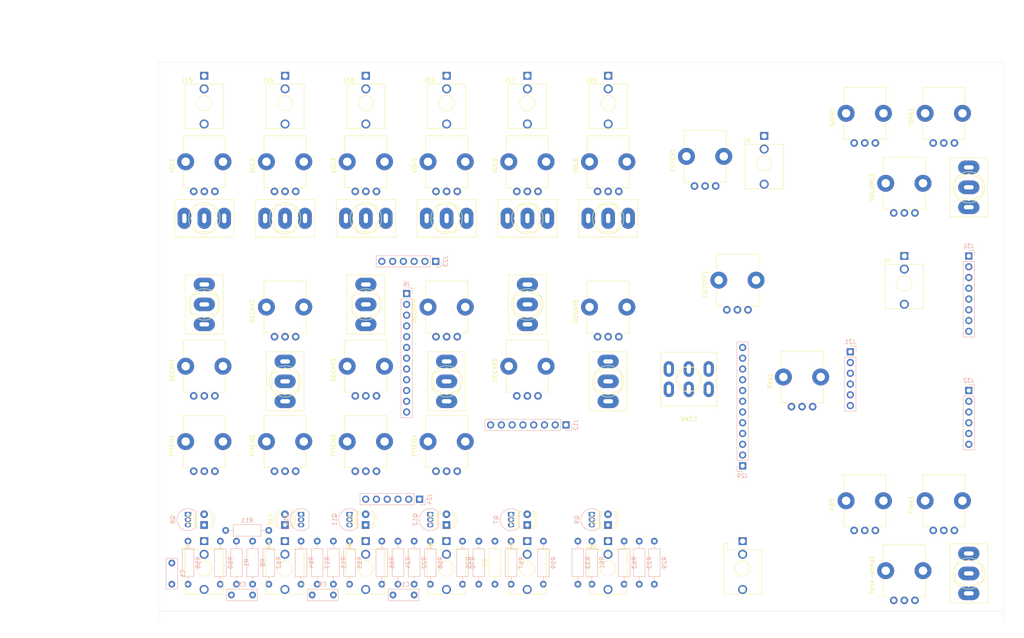
<source format=kicad_pcb>
(kicad_pcb (version 20171130) (host pcbnew "(5.1.9)-1")
  (layers (0 F.Cu signal) (31 B.Cu signal) (34 B.Paste user) (35 F.Paste user) (36 B.SilkS user) (37 F.SilkS user) (38 B.Mask user) (39 F.Mask user) (44 Edge.Cuts user))
  (net 0 "")
  (net 1 "Net-(C1-Pad2)")
  (net 2 Mute1)
  (net 3 Fx1)
  (net 4 Mute2)
  (net 5 "Net-(C5-Pad2)")
  (net 6 "Net-(C9-Pad2)")
  (net 7 Mute3)
  (net 8 Mute4)
  (net 9 "Net-(C13-Pad2)")
  (net 10 Mute5)
  (net 11 "Net-(C20-Pad1)")
  (net 12 "Net-(C20-Pad2)")
  (net 13 Filter)
  (net 14 Mute6)
  (net 15 +12V)
  (net 16 Hpass)
  (net 17 FilterCV)
  (net 18 "Net-(CUTOFF1-Pad3)")
  (net 19 "Net-(CUTOFF1-Pad1)")
  (net 20 "Net-(D3-Pad2)")
  (net 21 "Net-(D4-Pad2)")
  (net 22 "Net-(D11-Pad2)")
  (net 23 "Net-(D12-Pad2)")
  (net 24 "Net-(D13-Pad2)")
  (net 25 "Net-(D14-Pad2)")
  (net 26 "Net-(D15-Pad2)")
  (net 27 "Net-(D18-Pad2)")
  (net 28 "Net-(J1-PadTN)")
  (net 29 In1)
  (net 30 In2)
  (net 31 "Net-(J2-PadTN)")
  (net 32 "Net-(J3-PadTN)")
  (net 33 In5)
  (net 34 "Net-(J4-PadTN)")
  (net 35 FilterOut)
  (net 36 "Net-(J7-PadTN)")
  (net 37 "Net-(J8-PadTN)")
  (net 38 In3)
  (net 39 In4)
  (net 40 "Net-(J9-PadTN)")
  (net 41 In6)
  (net 42 "Net-(J10-PadTN)")
  (net 43 "Net-(Q7-Pad3)")
  (net 44 "Net-(Q7-Pad2)")
  (net 45 "Net-(Q8-Pad3)")
  (net 46 "Net-(Q8-Pad2)")
  (net 47 "Net-(Q9-Pad3)")
  (net 48 "Net-(Q9-Pad2)")
  (net 49 "Net-(Q10-Pad2)")
  (net 50 "Net-(Q10-Pad3)")
  (net 51 "Net-(Q11-Pad2)")
  (net 52 "Net-(Q11-Pad3)")
  (net 53 "Net-(Q12-Pad3)")
  (net 54 "Net-(Q12-Pad2)")
  (net 55 Fx3)
  (net 56 Fx5)
  (net 57 Fx2)
  (net 58 Fx4)
  (net 59 Fx6)
  (net 60 LPass)
  (net 61 FxStupidIn)
  (net 62 FxEchoIn)
  (net 63 Fx)
  (net 64 "Net-(SW13-Pad1)")
  (net 65 FxEcho)
  (net 66 AuxIn)
  (net 67 "Net-(SW1-Pad3)")
  (net 68 "Net-(SW2-Pad3)")
  (net 69 "Net-(SW3-Pad3)")
  (net 70 "Net-(SW4-Pad3)")
  (net 71 "Net-(SW5-Pad3)")
  (net 72 "Net-(SW6-Pad3)")
  (net 73 "Net-(J5-PadTN)")
  (net 74 DEOut1)
  (net 75 DEIn5)
  (net 76 PIOut2)
  (net 77 DEOut2)
  (net 78 PIOut3)
  (net 79 DEOut3)
  (net 80 PIOut4)
  (net 81 DEOut4)
  (net 82 -12V)
  (net 83 GainIn)
  (net 84 GainOut)
  (net 85 ToneIN)
  (net 86 ToneOUT)
  (net 87 ToneEchoIn)
  (net 88 FBIn)
  (net 89 CutCV)
  (net 90 Cutoff)
  (net 91 DEIn1)
  (net 92 DEIn2)
  (net 93 DEIn3)
  (net 94 DEIn4)
  (net 95 DEOut5)
  (net 96 DEOut6)
  (net 97 FBOut)
  (net 98 "Net-(FB3-Pad3)")
  (net 99 PIOut1)
  (net 100 PIIn1)
  (net 101 "Net-(J15-PadTN)")
  (net 102 "Net-(J16-PadTN)")
  (net 103 "Net-(J17-PadTN)")
  (net 104 "Net-(J18-PadTN)")
  (net 105 "Net-(J19-PadTN)")
  (net 106 "Net-(J20-PadTN)")
  (net 107 Vol1)
  (net 108 Vol3)
  (net 109 Vol5)
  (net 110 Vol2)
  (net 111 Vol4)
  (net 112 Vol6)
  (net 113 ResIn)
  (net 114 ResOut)
  (net 115 VolOut)
  (net 116 ToneEchoOut)
  (net 117 TimeOut)
  (module Connector_PinHeader_2.54mm:PinHeader_1x06_P2.54mm_Vertical (layer B.Cu) (at 200.66 98.806 180)
    (fp_text reference J21 (at 0 2.33) (layer B.SilkS) (effects (justify mirror)))
    (fp_text value Conn_01x06_Male)
    (pad 6 thru_hole oval (at 0 -12.7 180) (size 1.7 1.7) (drill 1) (layers *.Cu *.Mask) (net 75 DEIn5))
    (pad 5 thru_hole oval (at 0 -10.16 180) (size 1.7 1.7) (drill 1) (layers *.Cu *.Mask) (net 35 FilterOut))
    (pad 4 thru_hole oval (at 0 -7.62 180) (size 1.7 1.7) (drill 1) (layers *.Cu *.Mask) (net 17 FilterCV))
    (pad 3 thru_hole oval (at 0 -5.08 180) (size 1.7 1.7) (drill 1) (layers *.Cu *.Mask) (net 66 AuxIn))
    (pad 2 thru_hole oval (at 0 -2.54 180) (size 1.7 1.7) (drill 1) (layers *.Cu *.Mask) (net 15 +12V))
    (pad 1 thru_hole rect (at 0 0 180) (size 1.7 1.7) (drill 1) (layers *.Cu *.Mask) (net 75 DEIn5))
  )
  (module Potentiometer_THT:Potentiometer_Bourns_PTV09A-1_Single_Vertical (layer F.Cu) (at 107.95 127 90)
    (fp_text reference PITCH4 (at 6.05 -10.15 90) (layer F.SilkS))
    (fp_text value 10k)
    (pad "" np_thru_hole circle (at 7 1.9 90) (size 4 4) (drill 2) (layers *.Cu *.Mask))
    (pad "" np_thru_hole circle (at 7 -6.9 90) (size 4 4) (drill 2) (layers *.Cu *.Mask))
    (pad 1 thru_hole circle (at 0 0 90) (size 1.8 1.8) (drill 1) (layers *.Cu *.Mask) (net 75 DEIn5))
    (pad 2 thru_hole circle (at 0 -2.5 90) (size 1.8 1.8) (drill 1) (layers *.Cu *.Mask) (net 80 PIOut4))
    (pad 3 thru_hole circle (at 0 -5 90) (size 1.8 1.8) (drill 1) (layers *.Cu *.Mask) (net 80 PIOut4))
  )
  (module Potentiometer_THT:Potentiometer_Bourns_PTV09A-1_Single_Vertical (layer F.Cu) (at 50.8 127 90)
    (fp_text reference PITCH1 (at 6.05 -10.15 90) (layer F.SilkS))
    (fp_text value 10k)
    (pad "" np_thru_hole circle (at 7 1.9 90) (size 4 4) (drill 2) (layers *.Cu *.Mask))
    (pad "" np_thru_hole circle (at 7 -6.9 90) (size 4 4) (drill 2) (layers *.Cu *.Mask))
    (pad 1 thru_hole circle (at 0 0 90) (size 1.8 1.8) (drill 1) (layers *.Cu *.Mask) (net 100 PIIn1))
    (pad 2 thru_hole circle (at 0 -2.5 90) (size 1.8 1.8) (drill 1) (layers *.Cu *.Mask) (net 99 PIOut1))
    (pad 3 thru_hole circle (at 0 -5 90) (size 1.8 1.8) (drill 1) (layers *.Cu *.Mask) (net 99 PIOut1))
  )
  (module Potentiometer_THT:Potentiometer_Bourns_PTV09A-1_Single_Vertical (layer F.Cu) (at 146.05 60.96 90)
    (fp_text reference VOL6 (at 6.05 -10.15 90) (layer F.SilkS))
    (fp_text value 10k)
    (pad "" np_thru_hole circle (at 7 1.9 90) (size 4 4) (drill 2) (layers *.Cu *.Mask))
    (pad "" np_thru_hole circle (at 7 -6.9 90) (size 4 4) (drill 2) (layers *.Cu *.Mask))
    (pad 1 thru_hole circle (at 0 0 90) (size 1.8 1.8) (drill 1) (layers *.Cu *.Mask) (net 112 Vol6))
    (pad 2 thru_hole circle (at 0 -2.5 90) (size 1.8 1.8) (drill 1) (layers *.Cu *.Mask) (net 14 Mute6))
    (pad 3 thru_hole circle (at 0 -5 90) (size 1.8 1.8) (drill 1) (layers *.Cu *.Mask) (net 75 DEIn5))
  )
  (module Potentiometer_THT:Potentiometer_Bourns_PTV09A-1_Single_Vertical (layer F.Cu) (at 127 60.96 90)
    (fp_text reference VOL5 (at 6.05 -10.15 90) (layer F.SilkS))
    (fp_text value 10k)
    (pad "" np_thru_hole circle (at 7 1.9 90) (size 4 4) (drill 2) (layers *.Cu *.Mask))
    (pad "" np_thru_hole circle (at 7 -6.9 90) (size 4 4) (drill 2) (layers *.Cu *.Mask))
    (pad 1 thru_hole circle (at 0 0 90) (size 1.8 1.8) (drill 1) (layers *.Cu *.Mask) (net 109 Vol5))
    (pad 2 thru_hole circle (at 0 -2.5 90) (size 1.8 1.8) (drill 1) (layers *.Cu *.Mask) (net 10 Mute5))
    (pad 3 thru_hole circle (at 0 -5 90) (size 1.8 1.8) (drill 1) (layers *.Cu *.Mask) (net 75 DEIn5))
  )
  (module Potentiometer_THT:Potentiometer_Bourns_PTV09A-1_Single_Vertical (layer F.Cu) (at 107.95 60.96 90)
    (fp_text reference VOL4 (at 6.05 -10.15 90) (layer F.SilkS))
    (fp_text value 10k)
    (pad "" np_thru_hole circle (at 7 1.9 90) (size 4 4) (drill 2) (layers *.Cu *.Mask))
    (pad "" np_thru_hole circle (at 7 -6.9 90) (size 4 4) (drill 2) (layers *.Cu *.Mask))
    (pad 1 thru_hole circle (at 0 0 90) (size 1.8 1.8) (drill 1) (layers *.Cu *.Mask) (net 111 Vol4))
    (pad 2 thru_hole circle (at 0 -2.5 90) (size 1.8 1.8) (drill 1) (layers *.Cu *.Mask) (net 8 Mute4))
    (pad 3 thru_hole circle (at 0 -5 90) (size 1.8 1.8) (drill 1) (layers *.Cu *.Mask) (net 75 DEIn5))
  )
  (module Potentiometer_THT:Potentiometer_Bourns_PTV09A-1_Single_Vertical (layer F.Cu) (at 88.9 60.96 90)
    (fp_text reference VOL3 (at 6.05 -10.15 90) (layer F.SilkS))
    (fp_text value 10k)
    (pad "" np_thru_hole circle (at 7 1.9 90) (size 4 4) (drill 2) (layers *.Cu *.Mask))
    (pad "" np_thru_hole circle (at 7 -6.9 90) (size 4 4) (drill 2) (layers *.Cu *.Mask))
    (pad 1 thru_hole circle (at 0 0 90) (size 1.8 1.8) (drill 1) (layers *.Cu *.Mask) (net 108 Vol3))
    (pad 2 thru_hole circle (at 0 -2.5 90) (size 1.8 1.8) (drill 1) (layers *.Cu *.Mask) (net 7 Mute3))
    (pad 3 thru_hole circle (at 0 -5 90) (size 1.8 1.8) (drill 1) (layers *.Cu *.Mask) (net 75 DEIn5))
  )
  (module Potentiometer_THT:Potentiometer_Bourns_PTV09A-1_Single_Vertical (layer F.Cu) (at 69.85 60.96 90)
    (fp_text reference VOL2 (at 6.05 -10.15 90) (layer F.SilkS))
    (fp_text value 10k)
    (pad "" np_thru_hole circle (at 7 1.9 90) (size 4 4) (drill 2) (layers *.Cu *.Mask))
    (pad "" np_thru_hole circle (at 7 -6.9 90) (size 4 4) (drill 2) (layers *.Cu *.Mask))
    (pad 1 thru_hole circle (at 0 0 90) (size 1.8 1.8) (drill 1) (layers *.Cu *.Mask) (net 110 Vol2))
    (pad 2 thru_hole circle (at 0 -2.5 90) (size 1.8 1.8) (drill 1) (layers *.Cu *.Mask) (net 4 Mute2))
    (pad 3 thru_hole circle (at 0 -5 90) (size 1.8 1.8) (drill 1) (layers *.Cu *.Mask) (net 75 DEIn5))
  )
  (module Potentiometer_THT:Potentiometer_Bourns_PTV09A-1_Single_Vertical (layer F.Cu) (at 50.8 60.96 90)
    (fp_text reference VOL1 (at 6.05 -10.15 90) (layer F.SilkS))
    (fp_text value 10k)
    (pad "" np_thru_hole circle (at 7 1.9 90) (size 4 4) (drill 2) (layers *.Cu *.Mask))
    (pad "" np_thru_hole circle (at 7 -6.9 90) (size 4 4) (drill 2) (layers *.Cu *.Mask))
    (pad 1 thru_hole circle (at 0 0 90) (size 1.8 1.8) (drill 1) (layers *.Cu *.Mask) (net 107 Vol1))
    (pad 2 thru_hole circle (at 0 -2.5 90) (size 1.8 1.8) (drill 1) (layers *.Cu *.Mask) (net 2 Mute1))
    (pad 3 thru_hole circle (at 0 -5 90) (size 1.8 1.8) (drill 1) (layers *.Cu *.Mask) (net 75 DEIn5))
  )
  (module Potentiometer_THT:Potentiometer_Bourns_PTV09A-1_Single_Vertical (layer F.Cu) (at 225.2025 49.53 90)
    (fp_text reference TONE1 (at 6.05 -10.15 90) (layer F.SilkS))
    (fp_text value 10k)
    (pad "" np_thru_hole circle (at 7 1.9 90) (size 4 4) (drill 2) (layers *.Cu *.Mask))
    (pad "" np_thru_hole circle (at 7 -6.9 90) (size 4 4) (drill 2) (layers *.Cu *.Mask))
    (pad 1 thru_hole circle (at 0 0 90) (size 1.8 1.8) (drill 1) (layers *.Cu *.Mask) (net 85 ToneIN))
    (pad 2 thru_hole circle (at 0 -2.5 90) (size 1.8 1.8) (drill 1) (layers *.Cu *.Mask) (net 85 ToneIN))
    (pad 3 thru_hole circle (at 0 -5 90) (size 1.8 1.8) (drill 1) (layers *.Cu *.Mask) (net 86 ToneOUT))
  )
  (module Potentiometer_THT:Potentiometer_Bourns_PTV09A-1_Single_Vertical (layer F.Cu) (at 69.85 127 90)
    (fp_text reference PITCH2 (at 6.05 -10.15 90) (layer F.SilkS))
    (fp_text value 10k)
    (pad "" np_thru_hole circle (at 7 1.9 90) (size 4 4) (drill 2) (layers *.Cu *.Mask))
    (pad "" np_thru_hole circle (at 7 -6.9 90) (size 4 4) (drill 2) (layers *.Cu *.Mask))
    (pad 1 thru_hole circle (at 0 0 90) (size 1.8 1.8) (drill 1) (layers *.Cu *.Mask) (net 75 DEIn5))
    (pad 2 thru_hole circle (at 0 -2.5 90) (size 1.8 1.8) (drill 1) (layers *.Cu *.Mask) (net 76 PIOut2))
    (pad 3 thru_hole circle (at 0 -5 90) (size 1.8 1.8) (drill 1) (layers *.Cu *.Mask) (net 76 PIOut2))
  )
  (module Potentiometer_THT:Potentiometer_Bourns_PTV09A-1_Single_Vertical (layer F.Cu) (at 88.9 127 90)
    (fp_text reference PITCH3 (at 6.05 -10.15 90) (layer F.SilkS))
    (fp_text value 10k)
    (pad "" np_thru_hole circle (at 7 1.9 90) (size 4 4) (drill 2) (layers *.Cu *.Mask))
    (pad "" np_thru_hole circle (at 7 -6.9 90) (size 4 4) (drill 2) (layers *.Cu *.Mask))
    (pad 1 thru_hole circle (at 0 0 90) (size 1.8 1.8) (drill 1) (layers *.Cu *.Mask) (net 75 DEIn5))
    (pad 2 thru_hole circle (at 0 -2.5 90) (size 1.8 1.8) (drill 1) (layers *.Cu *.Mask) (net 78 PIOut3))
    (pad 3 thru_hole circle (at 0 -5 90) (size 1.8 1.8) (drill 1) (layers *.Cu *.Mask) (net 78 PIOut3))
  )
  (module Potentiometer_THT:Potentiometer_Bourns_PTV09A-1_Single_Vertical (layer F.Cu) (at 215.9 66.04 90)
    (fp_text reference VOLUME1 (at 6.05 -10.15 90) (layer F.SilkS))
    (fp_text value 50k)
    (pad "" np_thru_hole circle (at 7 1.9 90) (size 4 4) (drill 2) (layers *.Cu *.Mask))
    (pad "" np_thru_hole circle (at 7 -6.9 90) (size 4 4) (drill 2) (layers *.Cu *.Mask))
    (pad 1 thru_hole circle (at 0 0 90) (size 1.8 1.8) (drill 1) (layers *.Cu *.Mask) (net 115 VolOut))
    (pad 2 thru_hole circle (at 0 -2.5 90) (size 1.8 1.8) (drill 1) (layers *.Cu *.Mask) (net 65 FxEcho))
    (pad 3 thru_hole circle (at 0 -5 90) (size 1.8 1.8) (drill 1) (layers *.Cu *.Mask) (net 75 DEIn5))
  )
  (module Potentiometer_THT:Potentiometer_Bourns_PTV09A-1_Single_Vertical (layer F.Cu) (at 206.565 140.97 90)
    (fp_text reference FB3 (at 6.05 -10.15 90) (layer F.SilkS))
    (fp_text value 100k)
    (pad "" np_thru_hole circle (at 7 1.9 90) (size 4 4) (drill 2) (layers *.Cu *.Mask))
    (pad "" np_thru_hole circle (at 7 -6.9 90) (size 4 4) (drill 2) (layers *.Cu *.Mask))
    (pad 1 thru_hole circle (at 0 0 90) (size 1.8 1.8) (drill 1) (layers *.Cu *.Mask) (net 88 FBIn))
    (pad 2 thru_hole circle (at 0 -2.5 90) (size 1.8 1.8) (drill 1) (layers *.Cu *.Mask) (net 97 FBOut))
    (pad 3 thru_hole circle (at 0 -5 90) (size 1.8 1.8) (drill 1) (layers *.Cu *.Mask) (net 98 "Net-(FB3-Pad3)"))
  )
  (module Potentiometer_THT:Potentiometer_Bourns_PTV09A-1_Single_Vertical (layer F.Cu) (at 215.9 157.48 90)
    (fp_text reference Tone-echo1 (at 6.05 -10.15 90) (layer F.SilkS))
    (fp_text value 100k)
    (pad "" np_thru_hole circle (at 7 1.9 90) (size 4 4) (drill 2) (layers *.Cu *.Mask))
    (pad "" np_thru_hole circle (at 7 -6.9 90) (size 4 4) (drill 2) (layers *.Cu *.Mask))
    (pad 1 thru_hole circle (at 0 0 90) (size 1.8 1.8) (drill 1) (layers *.Cu *.Mask) (net 87 ToneEchoIn))
    (pad 2 thru_hole circle (at 0 -2.5 90) (size 1.8 1.8) (drill 1) (layers *.Cu *.Mask) (net 116 ToneEchoOut))
    (pad 3 thru_hole circle (at 0 -5 90) (size 1.8 1.8) (drill 1) (layers *.Cu *.Mask) (net 75 DEIn5))
  )
  (module Potentiometer_THT:Potentiometer_Bourns_PTV09A-1_Single_Vertical (layer F.Cu) (at 225.2025 140.97 90)
    (fp_text reference Time1 (at 6.05 -10.15 90) (layer F.SilkS))
    (fp_text value 100k)
    (pad "" np_thru_hole circle (at 7 1.9 90) (size 4 4) (drill 2) (layers *.Cu *.Mask))
    (pad "" np_thru_hole circle (at 7 -6.9 90) (size 4 4) (drill 2) (layers *.Cu *.Mask))
    (pad 1 thru_hole circle (at 0 0 90) (size 1.8 1.8) (drill 1) (layers *.Cu *.Mask) (net 117 TimeOut))
    (pad 2 thru_hole circle (at 0 -2.5 90) (size 1.8 1.8) (drill 1) (layers *.Cu *.Mask) (net 117 TimeOut))
    (pad 3 thru_hole circle (at 0 -5 90) (size 1.8 1.8) (drill 1) (layers *.Cu *.Mask) (net 75 DEIn5))
  )
  (module Potentiometer_THT:Potentiometer_Bourns_PTV09A-1_Single_Vertical (layer F.Cu) (at 206.565 49.53 90)
    (fp_text reference GAIN1 (at 6.05 -10.15 90) (layer F.SilkS))
    (fp_text value 100k)
    (pad "" np_thru_hole circle (at 7 1.9 90) (size 4 4) (drill 2) (layers *.Cu *.Mask))
    (pad "" np_thru_hole circle (at 7 -6.9 90) (size 4 4) (drill 2) (layers *.Cu *.Mask))
    (pad 1 thru_hole circle (at 0 0 90) (size 1.8 1.8) (drill 1) (layers *.Cu *.Mask) (net 83 GainIn))
    (pad 2 thru_hole circle (at 0 -2.5 90) (size 1.8 1.8) (drill 1) (layers *.Cu *.Mask) (net 84 GainOut))
    (pad 3 thru_hole circle (at 0 -5 90) (size 1.8 1.8) (drill 1) (layers *.Cu *.Mask) (net 84 GainOut))
  )
  (module Potentiometer_THT:Potentiometer_Bourns_PTV09A-1_Single_Vertical (layer F.Cu) (at 146.05 95.25 90)
    (fp_text reference DECAY6 (at 6.05 -10.15 90) (layer F.SilkS))
    (fp_text value 100k)
    (pad "" np_thru_hole circle (at 7 1.9 90) (size 4 4) (drill 2) (layers *.Cu *.Mask))
    (pad "" np_thru_hole circle (at 7 -6.9 90) (size 4 4) (drill 2) (layers *.Cu *.Mask))
    (pad 1 thru_hole circle (at 0 0 90) (size 1.8 1.8) (drill 1) (layers *.Cu *.Mask) (net 96 DEOut6))
    (pad 2 thru_hole circle (at 0 -2.5 90) (size 1.8 1.8) (drill 1) (layers *.Cu *.Mask) (net 75 DEIn5))
    (pad 3 thru_hole circle (at 0 -5 90) (size 1.8 1.8) (drill 1) (layers *.Cu *.Mask) (net 75 DEIn5))
  )
  (module Potentiometer_THT:Potentiometer_Bourns_PTV09A-1_Single_Vertical (layer F.Cu) (at 127 109.22 90)
    (fp_text reference DECAY5 (at 6.05 -10.15 90) (layer F.SilkS))
    (fp_text value 100k)
    (pad "" np_thru_hole circle (at 7 1.9 90) (size 4 4) (drill 2) (layers *.Cu *.Mask))
    (pad "" np_thru_hole circle (at 7 -6.9 90) (size 4 4) (drill 2) (layers *.Cu *.Mask))
    (pad 1 thru_hole circle (at 0 0 90) (size 1.8 1.8) (drill 1) (layers *.Cu *.Mask) (net 95 DEOut5))
    (pad 2 thru_hole circle (at 0 -2.5 90) (size 1.8 1.8) (drill 1) (layers *.Cu *.Mask) (net 75 DEIn5))
    (pad 3 thru_hole circle (at 0 -5 90) (size 1.8 1.8) (drill 1) (layers *.Cu *.Mask) (net 75 DEIn5))
  )
  (module Potentiometer_THT:Potentiometer_Bourns_PTV09A-1_Single_Vertical (layer F.Cu) (at 107.95 95.25 90)
    (fp_text reference DECAY4 (at 6.05 -10.15 90) (layer F.SilkS))
    (fp_text value 470k)
    (pad "" np_thru_hole circle (at 7 1.9 90) (size 4 4) (drill 2) (layers *.Cu *.Mask))
    (pad "" np_thru_hole circle (at 7 -6.9 90) (size 4 4) (drill 2) (layers *.Cu *.Mask))
    (pad 1 thru_hole circle (at 0 0 90) (size 1.8 1.8) (drill 1) (layers *.Cu *.Mask) (net 94 DEIn4))
    (pad 2 thru_hole circle (at 0 -2.5 90) (size 1.8 1.8) (drill 1) (layers *.Cu *.Mask) (net 81 DEOut4))
    (pad 3 thru_hole circle (at 0 -5 90) (size 1.8 1.8) (drill 1) (layers *.Cu *.Mask) (net 81 DEOut4))
  )
  (module Potentiometer_THT:Potentiometer_Bourns_PTV09A-1_Single_Vertical (layer F.Cu) (at 88.9 109.22 90)
    (fp_text reference DECAY3 (at 6.05 -10.15 90) (layer F.SilkS))
    (fp_text value 470k)
    (pad "" np_thru_hole circle (at 7 1.9 90) (size 4 4) (drill 2) (layers *.Cu *.Mask))
    (pad "" np_thru_hole circle (at 7 -6.9 90) (size 4 4) (drill 2) (layers *.Cu *.Mask))
    (pad 1 thru_hole circle (at 0 0 90) (size 1.8 1.8) (drill 1) (layers *.Cu *.Mask) (net 93 DEIn3))
    (pad 2 thru_hole circle (at 0 -2.5 90) (size 1.8 1.8) (drill 1) (layers *.Cu *.Mask) (net 79 DEOut3))
    (pad 3 thru_hole circle (at 0 -5 90) (size 1.8 1.8) (drill 1) (layers *.Cu *.Mask) (net 79 DEOut3))
  )
  (module Potentiometer_THT:Potentiometer_Bourns_PTV09A-1_Single_Vertical (layer F.Cu) (at 69.85 95.25 90)
    (fp_text reference DECAY2 (at 6.05 -10.15 90) (layer F.SilkS))
    (fp_text value 470k)
    (pad "" np_thru_hole circle (at 7 1.9 90) (size 4 4) (drill 2) (layers *.Cu *.Mask))
    (pad "" np_thru_hole circle (at 7 -6.9 90) (size 4 4) (drill 2) (layers *.Cu *.Mask))
    (pad 1 thru_hole circle (at 0 0 90) (size 1.8 1.8) (drill 1) (layers *.Cu *.Mask) (net 92 DEIn2))
    (pad 2 thru_hole circle (at 0 -2.5 90) (size 1.8 1.8) (drill 1) (layers *.Cu *.Mask) (net 77 DEOut2))
    (pad 3 thru_hole circle (at 0 -5 90) (size 1.8 1.8) (drill 1) (layers *.Cu *.Mask) (net 77 DEOut2))
  )
  (module Potentiometer_THT:Potentiometer_Bourns_PTV09A-1_Single_Vertical (layer F.Cu) (at 50.8 109.22 90)
    (fp_text reference DECAY1 (at 6.05 -10.15 90) (layer F.SilkS))
    (fp_text value 470k)
    (pad "" np_thru_hole circle (at 7 1.9 90) (size 4 4) (drill 2) (layers *.Cu *.Mask))
    (pad "" np_thru_hole circle (at 7 -6.9 90) (size 4 4) (drill 2) (layers *.Cu *.Mask))
    (pad 1 thru_hole circle (at 0 0 90) (size 1.8 1.8) (drill 1) (layers *.Cu *.Mask) (net 91 DEIn1))
    (pad 2 thru_hole circle (at 0 -2.5 90) (size 1.8 1.8) (drill 1) (layers *.Cu *.Mask) (net 74 DEOut1))
    (pad 3 thru_hole circle (at 0 -5 90) (size 1.8 1.8) (drill 1) (layers *.Cu *.Mask) (net 74 DEOut1))
  )
  (module Potentiometer_THT:Potentiometer_Bourns_PTV09A-1_Single_Vertical (layer F.Cu) (at 176.53 88.9 90)
    (fp_text reference CUTOFF1 (at 6.05 -10.15 90) (layer F.SilkS))
    (fp_text value 100k)
    (pad "" np_thru_hole circle (at 7 1.9 90) (size 4 4) (drill 2) (layers *.Cu *.Mask))
    (pad "" np_thru_hole circle (at 7 -6.9 90) (size 4 4) (drill 2) (layers *.Cu *.Mask))
    (pad 1 thru_hole circle (at 0 0 90) (size 1.8 1.8) (drill 1) (layers *.Cu *.Mask) (net 19 "Net-(CUTOFF1-Pad1)"))
    (pad 2 thru_hole circle (at 0 -2.5 90) (size 1.8 1.8) (drill 1) (layers *.Cu *.Mask) (net 90 Cutoff))
    (pad 3 thru_hole circle (at 0 -5 90) (size 1.8 1.8) (drill 1) (layers *.Cu *.Mask) (net 18 "Net-(CUTOFF1-Pad3)"))
  )
  (module Potentiometer_THT:Potentiometer_Bourns_PTV09A-1_Single_Vertical (layer F.Cu) (at 168.91 59.69 90)
    (fp_text reference CUTCV1 (at 6.05 -10.15 90) (layer F.SilkS))
    (fp_text value 100k)
    (pad "" np_thru_hole circle (at 7 1.9 90) (size 4 4) (drill 2) (layers *.Cu *.Mask))
    (pad "" np_thru_hole circle (at 7 -6.9 90) (size 4 4) (drill 2) (layers *.Cu *.Mask))
    (pad 1 thru_hole circle (at 0 0 90) (size 1.8 1.8) (drill 1) (layers *.Cu *.Mask) (net 75 DEIn5))
    (pad 2 thru_hole circle (at 0 -2.5 90) (size 1.8 1.8) (drill 1) (layers *.Cu *.Mask) (net 89 CutCV))
    (pad 3 thru_hole circle (at 0 -5 90) (size 1.8 1.8) (drill 1) (layers *.Cu *.Mask) (net 17 FilterCV))
  )
  (module Connector_Audio:Jack_3.5mm_QingPu_WQP-PJ398SM_Vertical_CircularHoles (layer F.Cu) (at 180.34 47.86)
    (fp_text reference J5 (at -4.03 1.08 180) (layer F.SilkS))
    (fp_text value FilterCV)
    (pad TN thru_hole circle (at 0 3.1 180) (size 2.13 2.13) (drill 1.42) (layers *.Cu *.Mask) (net 73 "Net-(J5-PadTN)"))
    (pad S thru_hole rect (at 0 0 180) (size 1.93 1.83) (drill 1.22) (layers *.Cu *.Mask) (net 75 DEIn5))
    (pad T thru_hole circle (at 0 11.4 180) (size 2.13 2.13) (drill 1.43) (layers *.Cu *.Mask) (net 17 FilterCV))
  )
  (module Connector_Audio:Jack_3.5mm_QingPu_WQP-PJ398SM_Vertical_CircularHoles (layer F.Cu) (at 67.31 143.51)
    (fp_text reference J2 (at -4.03 1.08 180) (layer F.SilkS))
    (fp_text value "HBonga IN")
    (pad T thru_hole circle (at 0 11.4 180) (size 2.13 2.13) (drill 1.43) (layers *.Cu *.Mask) (net 30 In2))
    (pad S thru_hole rect (at 0 0 180) (size 1.93 1.83) (drill 1.22) (layers *.Cu *.Mask) (net 75 DEIn5))
    (pad TN thru_hole circle (at 0 3.1 180) (size 2.13 2.13) (drill 1.42) (layers *.Cu *.Mask) (net 31 "Net-(J2-PadTN)"))
  )
  (module Connector_Audio:Jack_3.5mm_QingPu_WQP-PJ398SM_Vertical_CircularHoles (layer F.Cu) (at 48.26 143.51)
    (fp_text reference J1 (at -4.03 1.08 180) (layer F.SilkS))
    (fp_text value "Bass IN")
    (pad T thru_hole circle (at 0 11.4 180) (size 2.13 2.13) (drill 1.43) (layers *.Cu *.Mask) (net 29 In1))
    (pad S thru_hole rect (at 0 0 180) (size 1.93 1.83) (drill 1.22) (layers *.Cu *.Mask) (net 75 DEIn5))
    (pad TN thru_hole circle (at 0 3.1 180) (size 2.13 2.13) (drill 1.42) (layers *.Cu *.Mask) (net 28 "Net-(J1-PadTN)"))
  )
  (module Connector_Audio:Jack_3.5mm_QingPu_WQP-PJ398SM_Vertical_CircularHoles (layer F.Cu) (at 86.36 143.51)
    (fp_text reference J8 (at -4.03 1.08 180) (layer F.SilkS))
    (fp_text value "LBonga IN")
    (pad T thru_hole circle (at 0 11.4 180) (size 2.13 2.13) (drill 1.43) (layers *.Cu *.Mask) (net 38 In3))
    (pad S thru_hole rect (at 0 0 180) (size 1.93 1.83) (drill 1.22) (layers *.Cu *.Mask) (net 75 DEIn5))
    (pad TN thru_hole circle (at 0 3.1 180) (size 2.13 2.13) (drill 1.42) (layers *.Cu *.Mask) (net 37 "Net-(J8-PadTN)"))
  )
  (module Synth:SW_Toggle_Blue_wSlots (layer F.Cu) (at 228.6 151.13 270)
    (fp_text reference SW15 hide)
    (fp_text value "Echo ON/OFF")
    (pad 3 thru_hole oval (at 4.7 0 270) (size 3.2 5) (drill oval 1 2.3) (layers *.Cu) (net 62 FxEchoIn))
    (pad 2 thru_hole oval (at 0 0 270) (size 3.2 5) (drill oval 1 2.3) (layers *.Cu) (net 65 FxEcho))
    (pad 1 thru_hole oval (at -4.7 0 270) (size 3.2 5) (drill oval 1 2.3) (layers *.Cu) (net 13 Filter))
  )
  (module Synth:SW_Toggle_Blue_wSlots (layer F.Cu) (at 228.6 59.99 270)
    (fp_text reference SW14 hide)
    (fp_text value "Stupid ON/OFF")
    (pad 3 thru_hole oval (at 4.7 0 270) (size 3.2 5) (drill oval 1 2.3) (layers *.Cu) (net 61 FxStupidIn))
    (pad 2 thru_hole oval (at 0 0 270) (size 3.2 5) (drill oval 1 2.3) (layers *.Cu) (net 63 Fx))
    (pad 1 thru_hole oval (at -4.7 0 270) (size 3.2 5) (drill oval 1 2.3) (layers *.Cu) (net 65 FxEcho))
  )
  (module Synth:SW_DPDT_Toggle (layer F.Cu) (at 162.56 105.27 180)
    (fp_text reference SW13 (at 0 -9.35) (layer F.SilkS))
    (fp_text value "Hpass/Lpass Switch")
    (pad 6 thru_hole oval (at -4.7 2.4 270) (size 3.7 2.4) (drill oval 2.2 1) (layers *.Cu *.Mask) (net 75 DEIn5))
    (pad 5 thru_hole oval (at 0 2.4 270) (size 3.7 2.4) (drill oval 2.2 1) (layers *.Cu *.Mask) (net 16 Hpass))
    (pad 4 thru_hole oval (at 4.7 2.4 270) (size 3.7 2.4) (drill oval 2.2 1) (layers *.Cu *.Mask) (net 13 Filter))
    (pad 3 thru_hole oval (at -4.7 -2.4 270) (size 3.7 2.4) (drill oval 2.2 1) (layers *.Cu *.Mask) (net 13 Filter))
    (pad 2 thru_hole oval (at 0 -2.4 270) (size 3.7 2.4) (drill oval 2.2 1) (layers *.Cu *.Mask) (net 60 LPass))
    (pad 1 thru_hole oval (at 4.7 -2.4 270) (size 3.7 2.4) (drill oval 2.2 1) (layers *.Cu *.Mask) (net 64 "Net-(SW13-Pad1)"))
  )
  (module Synth:SW_Toggle_Blue_wSlots (layer F.Cu) (at 143.55 67.31)
    (fp_text reference SW12 hide)
    (fp_text value Fx6)
    (pad 3 thru_hole oval (at 4.7 0) (size 3.2 5) (drill oval 1 2.3) (layers *.Cu) (net 63 Fx))
    (pad 2 thru_hole oval (at 0 0) (size 3.2 5) (drill oval 1 2.3) (layers *.Cu) (net 59 Fx6))
    (pad 1 thru_hole oval (at -4.7 0) (size 3.2 5) (drill oval 1 2.3) (layers *.Cu) (net 13 Filter))
  )
  (module Synth:SW_Toggle_Blue_wSlots (layer F.Cu) (at 105.45 67.31)
    (fp_text reference SW11 hide)
    (fp_text value Fx4)
    (pad 3 thru_hole oval (at 4.7 0) (size 3.2 5) (drill oval 1 2.3) (layers *.Cu) (net 63 Fx))
    (pad 2 thru_hole oval (at 0 0) (size 3.2 5) (drill oval 1 2.3) (layers *.Cu) (net 58 Fx4))
    (pad 1 thru_hole oval (at -4.7 0) (size 3.2 5) (drill oval 1 2.3) (layers *.Cu) (net 13 Filter))
  )
  (module Synth:SW_Toggle_Blue_wSlots (layer F.Cu) (at 67.35 67.31)
    (fp_text reference SW10 hide)
    (fp_text value Fx2)
    (pad 3 thru_hole oval (at 4.7 0) (size 3.2 5) (drill oval 1 2.3) (layers *.Cu) (net 63 Fx))
    (pad 2 thru_hole oval (at 0 0) (size 3.2 5) (drill oval 1 2.3) (layers *.Cu) (net 57 Fx2))
    (pad 1 thru_hole oval (at -4.7 0) (size 3.2 5) (drill oval 1 2.3) (layers *.Cu) (net 13 Filter))
  )
  (module Synth:SW_Toggle_Blue_wSlots (layer F.Cu) (at 124.5 67.31)
    (fp_text reference SW9 hide)
    (fp_text value Fx5)
    (pad 3 thru_hole oval (at 4.7 0) (size 3.2 5) (drill oval 1 2.3) (layers *.Cu) (net 63 Fx))
    (pad 2 thru_hole oval (at 0 0) (size 3.2 5) (drill oval 1 2.3) (layers *.Cu) (net 56 Fx5))
    (pad 1 thru_hole oval (at -4.7 0) (size 3.2 5) (drill oval 1 2.3) (layers *.Cu) (net 13 Filter))
  )
  (module Synth:SW_Toggle_Blue_wSlots (layer F.Cu) (at 86.4 67.31)
    (fp_text reference SW8 hide)
    (fp_text value Fx3)
    (pad 3 thru_hole oval (at 4.7 0) (size 3.2 5) (drill oval 1 2.3) (layers *.Cu) (net 63 Fx))
    (pad 2 thru_hole oval (at 0 0) (size 3.2 5) (drill oval 1 2.3) (layers *.Cu) (net 55 Fx3))
    (pad 1 thru_hole oval (at -4.7 0) (size 3.2 5) (drill oval 1 2.3) (layers *.Cu) (net 13 Filter))
  )
  (module Synth:SW_Toggle_Blue_wSlots (layer F.Cu) (at 48.3 67.31)
    (fp_text reference SW7 hide)
    (fp_text value Fx1)
    (pad 3 thru_hole oval (at 4.7 0) (size 3.2 5) (drill oval 1 2.3) (layers *.Cu) (net 63 Fx))
    (pad 2 thru_hole oval (at 0 0) (size 3.2 5) (drill oval 1 2.3) (layers *.Cu) (net 3 Fx1))
    (pad 1 thru_hole oval (at -4.7 0) (size 3.2 5) (drill oval 1 2.3) (layers *.Cu) (net 13 Filter))
  )
  (module Synth:SW_Toggle_Blue_wSlots (layer F.Cu) (at 143.55 105.79 90)
    (fp_text reference SW6 hide)
    (fp_text value Mute-6)
    (pad 3 thru_hole oval (at 4.7 0 90) (size 3.2 5) (drill oval 1 2.3) (layers *.Cu) (net 72 "Net-(SW6-Pad3)"))
    (pad 2 thru_hole oval (at 0 0 90) (size 3.2 5) (drill oval 1 2.3) (layers *.Cu) (net 14 Mute6))
    (pad 1 thru_hole oval (at -4.7 0 90) (size 3.2 5) (drill oval 1 2.3) (layers *.Cu) (net 59 Fx6))
  )
  (module Synth:SW_Toggle_Blue_wSlots (layer F.Cu) (at 124.5 87.63 90)
    (fp_text reference SW5 hide)
    (fp_text value Mute-5)
    (pad 3 thru_hole oval (at 4.7 0 90) (size 3.2 5) (drill oval 1 2.3) (layers *.Cu) (net 71 "Net-(SW5-Pad3)"))
    (pad 2 thru_hole oval (at 0 0 90) (size 3.2 5) (drill oval 1 2.3) (layers *.Cu) (net 10 Mute5))
    (pad 1 thru_hole oval (at -4.7 0 90) (size 3.2 5) (drill oval 1 2.3) (layers *.Cu) (net 56 Fx5))
  )
  (module Synth:SW_Toggle_Blue_wSlots (layer F.Cu) (at 105.45 105.79 90)
    (fp_text reference SW4 hide)
    (fp_text value Mute-4)
    (pad 3 thru_hole oval (at 4.7 0 90) (size 3.2 5) (drill oval 1 2.3) (layers *.Cu) (net 70 "Net-(SW4-Pad3)"))
    (pad 2 thru_hole oval (at 0 0 90) (size 3.2 5) (drill oval 1 2.3) (layers *.Cu) (net 8 Mute4))
    (pad 1 thru_hole oval (at -4.7 0 90) (size 3.2 5) (drill oval 1 2.3) (layers *.Cu) (net 58 Fx4))
  )
  (module Synth:SW_Toggle_Blue_wSlots (layer F.Cu) (at 86.4 87.63 90)
    (fp_text reference SW3 hide)
    (fp_text value Mute-3)
    (pad 3 thru_hole oval (at 4.7 0 90) (size 3.2 5) (drill oval 1 2.3) (layers *.Cu) (net 69 "Net-(SW3-Pad3)"))
    (pad 2 thru_hole oval (at 0 0 90) (size 3.2 5) (drill oval 1 2.3) (layers *.Cu) (net 7 Mute3))
    (pad 1 thru_hole oval (at -4.7 0 90) (size 3.2 5) (drill oval 1 2.3) (layers *.Cu) (net 55 Fx3))
  )
  (module Synth:SW_Toggle_Blue_wSlots (layer F.Cu) (at 67.35 105.79 90)
    (fp_text reference SW2 hide)
    (fp_text value Mute-2)
    (pad 3 thru_hole oval (at 4.7 0 90) (size 3.2 5) (drill oval 1 2.3) (layers *.Cu) (net 68 "Net-(SW2-Pad3)"))
    (pad 2 thru_hole oval (at 0 0 90) (size 3.2 5) (drill oval 1 2.3) (layers *.Cu) (net 4 Mute2))
    (pad 1 thru_hole oval (at -4.7 0 90) (size 3.2 5) (drill oval 1 2.3) (layers *.Cu) (net 57 Fx2))
  )
  (module Synth:SW_Toggle_Blue_wSlots (layer F.Cu) (at 48.3 87.63 90)
    (fp_text reference SW1 hide)
    (fp_text value Mute-1)
    (pad 3 thru_hole oval (at 4.7 0 90) (size 3.2 5) (drill oval 1 2.3) (layers *.Cu) (net 67 "Net-(SW1-Pad3)"))
    (pad 2 thru_hole oval (at 0 0 90) (size 3.2 5) (drill oval 1 2.3) (layers *.Cu) (net 2 Mute1))
    (pad 1 thru_hole oval (at -4.7 0 90) (size 3.2 5) (drill oval 1 2.3) (layers *.Cu) (net 3 Fx1))
  )
  (module Resistor_THT:R_Axial_DIN0207_L6.3mm_D2.5mm_P10.16mm_Horizontal (layer B.Cu) (at 109.22 153.67 90)
    (fp_text reference R70 (at 5.08 2.37 90) (layer B.SilkS) (effects (justify mirror)))
    (fp_text value 2.2k)
    (pad 2 thru_hole oval (at 10.16 0 90) (size 1.6 1.6) (drill 0.8) (layers *.Cu *.Mask) (net 53 "Net-(Q12-Pad3)"))
    (pad 1 thru_hole circle (at 0 0 90) (size 1.6 1.6) (drill 0.8) (layers *.Cu *.Mask) (net 15 +12V))
  )
  (module Resistor_THT:R_Axial_DIN0207_L6.3mm_D2.5mm_P10.16mm_Horizontal (layer B.Cu) (at 101.6 153.67 90)
    (fp_text reference R68 (at 5.08 2.37 270) (layer B.SilkS) (effects (justify mirror)))
    (fp_text value 47k)
    (pad 2 thru_hole oval (at 10.16 0 90) (size 1.6 1.6) (drill 0.8) (layers *.Cu *.Mask) (net 54 "Net-(Q12-Pad2)"))
    (pad 1 thru_hole circle (at 0 0 90) (size 1.6 1.6) (drill 0.8) (layers *.Cu *.Mask) (net 39 In4))
  )
  (module Resistor_THT:R_Axial_DIN0207_L6.3mm_D2.5mm_P10.16mm_Horizontal (layer B.Cu) (at 90.17 153.67 90)
    (fp_text reference R66 (at 5.08 2.37 90) (layer B.SilkS) (effects (justify mirror)))
    (fp_text value 2.2k)
    (pad 2 thru_hole oval (at 10.16 0 90) (size 1.6 1.6) (drill 0.8) (layers *.Cu *.Mask) (net 52 "Net-(Q11-Pad3)"))
    (pad 1 thru_hole circle (at 0 0 90) (size 1.6 1.6) (drill 0.8) (layers *.Cu *.Mask) (net 15 +12V))
  )
  (module Resistor_THT:R_Axial_DIN0207_L6.3mm_D2.5mm_P10.16mm_Horizontal (layer B.Cu) (at 82.55 153.67 90)
    (fp_text reference R65 (at 5.08 2.37 270) (layer B.SilkS) (effects (justify mirror)))
    (fp_text value 47k)
    (pad 2 thru_hole oval (at 10.16 0 90) (size 1.6 1.6) (drill 0.8) (layers *.Cu *.Mask) (net 51 "Net-(Q11-Pad2)"))
    (pad 1 thru_hole circle (at 0 0 90) (size 1.6 1.6) (drill 0.8) (layers *.Cu *.Mask) (net 38 In3))
  )
  (module Resistor_THT:R_Axial_DIN0207_L6.3mm_D2.5mm_P10.16mm_Horizontal (layer B.Cu) (at 71.12 153.67 90)
    (fp_text reference R64 (at 5.08 2.37 270) (layer B.SilkS) (effects (justify mirror)))
    (fp_text value 2.2k)
    (pad 2 thru_hole oval (at 10.16 0 90) (size 1.6 1.6) (drill 0.8) (layers *.Cu *.Mask) (net 50 "Net-(Q10-Pad3)"))
    (pad 1 thru_hole circle (at 0 0 90) (size 1.6 1.6) (drill 0.8) (layers *.Cu *.Mask) (net 15 +12V))
  )
  (module Resistor_THT:R_Axial_DIN0207_L6.3mm_D2.5mm_P10.16mm_Horizontal (layer B.Cu) (at 147.32 153.67 90)
    (fp_text reference R63 (at 5.08 2.37 90) (layer B.SilkS) (effects (justify mirror)))
    (fp_text value 2.2k)
    (pad 2 thru_hole oval (at 10.16 0 90) (size 1.6 1.6) (drill 0.8) (layers *.Cu *.Mask) (net 47 "Net-(Q9-Pad3)"))
    (pad 1 thru_hole circle (at 0 0 90) (size 1.6 1.6) (drill 0.8) (layers *.Cu *.Mask) (net 15 +12V))
  )
  (module Resistor_THT:R_Axial_DIN0207_L6.3mm_D2.5mm_P10.16mm_Horizontal (layer B.Cu) (at 63.5 153.67 90)
    (fp_text reference R62 (at 5.08 2.37 90) (layer B.SilkS) (effects (justify mirror)))
    (fp_text value 47k)
    (pad 2 thru_hole oval (at 10.16 0 90) (size 1.6 1.6) (drill 0.8) (layers *.Cu *.Mask) (net 49 "Net-(Q10-Pad2)"))
    (pad 1 thru_hole circle (at 0 0 90) (size 1.6 1.6) (drill 0.8) (layers *.Cu *.Mask) (net 30 In2))
  )
  (module Resistor_THT:R_Axial_DIN0207_L6.3mm_D2.5mm_P10.16mm_Horizontal (layer B.Cu) (at 139.7 153.67 90)
    (fp_text reference R61 (at 5.08 2.37 270) (layer B.SilkS) (effects (justify mirror)))
    (fp_text value 47k)
    (pad 2 thru_hole oval (at 10.16 0 90) (size 1.6 1.6) (drill 0.8) (layers *.Cu *.Mask) (net 48 "Net-(Q9-Pad2)"))
    (pad 1 thru_hole circle (at 0 0 90) (size 1.6 1.6) (drill 0.8) (layers *.Cu *.Mask) (net 41 In6))
  )
  (module Resistor_THT:R_Axial_DIN0207_L6.3mm_D2.5mm_P10.16mm_Horizontal (layer B.Cu) (at 52.07 153.67 90)
    (fp_text reference R60 (at 5.08 2.37 90) (layer B.SilkS) (effects (justify mirror)))
    (fp_text value 2.2k)
    (pad 2 thru_hole oval (at 10.16 0 90) (size 1.6 1.6) (drill 0.8) (layers *.Cu *.Mask) (net 45 "Net-(Q8-Pad3)"))
    (pad 1 thru_hole circle (at 0 0 90) (size 1.6 1.6) (drill 0.8) (layers *.Cu *.Mask) (net 15 +12V))
  )
  (module Resistor_THT:R_Axial_DIN0207_L6.3mm_D2.5mm_P10.16mm_Horizontal (layer B.Cu) (at 128.27 153.67 90)
    (fp_text reference R59 (at 5.08 2.37 270) (layer B.SilkS) (effects (justify mirror)))
    (fp_text value 2.2k)
    (pad 2 thru_hole oval (at 10.16 0 90) (size 1.6 1.6) (drill 0.8) (layers *.Cu *.Mask) (net 43 "Net-(Q7-Pad3)"))
    (pad 1 thru_hole circle (at 0 0 90) (size 1.6 1.6) (drill 0.8) (layers *.Cu *.Mask) (net 15 +12V))
  )
  (module Resistor_THT:R_Axial_DIN0207_L6.3mm_D2.5mm_P10.16mm_Horizontal (layer B.Cu) (at 44.45 153.67 90)
    (fp_text reference R58 (at 5.08 2.37 90) (layer B.SilkS) (effects (justify mirror)))
    (fp_text value 47k)
    (pad 2 thru_hole oval (at 10.16 0 90) (size 1.6 1.6) (drill 0.8) (layers *.Cu *.Mask) (net 46 "Net-(Q8-Pad2)"))
    (pad 1 thru_hole circle (at 0 0 90) (size 1.6 1.6) (drill 0.8) (layers *.Cu *.Mask) (net 29 In1))
  )
  (module Resistor_THT:R_Axial_DIN0207_L6.3mm_D2.5mm_P10.16mm_Horizontal (layer B.Cu) (at 120.65 153.67 90)
    (fp_text reference R57 (at 5.08 2.37 270) (layer B.SilkS) (effects (justify mirror)))
    (fp_text value 47k)
    (pad 2 thru_hole oval (at 10.16 0 90) (size 1.6 1.6) (drill 0.8) (layers *.Cu *.Mask) (net 44 "Net-(Q7-Pad2)"))
    (pad 1 thru_hole circle (at 0 0 90) (size 1.6 1.6) (drill 0.8) (layers *.Cu *.Mask) (net 33 In5))
  )
  (module Resistor_THT:R_Axial_DIN0207_L6.3mm_D2.5mm_P10.16mm_Horizontal (layer B.Cu) (at 136.398 153.67 90)
    (fp_text reference R33 (at 5.08 2.37 90) (layer B.SilkS) (effects (justify mirror)))
    (fp_text value 4k7)
    (pad 2 thru_hole oval (at 10.16 0 90) (size 1.6 1.6) (drill 0.8) (layers *.Cu *.Mask) (net 75 DEIn5))
    (pad 1 thru_hole circle (at 0 0 90) (size 1.6 1.6) (drill 0.8) (layers *.Cu *.Mask) (net 41 In6))
  )
  (module Resistor_THT:R_Axial_DIN0207_L6.3mm_D2.5mm_P10.16mm_Horizontal (layer B.Cu) (at 154.432 153.67 90)
    (fp_text reference R29 (at 5.08 2.37 90) (layer B.SilkS) (effects (justify mirror)))
    (fp_text value 1M)
    (pad 2 thru_hole oval (at 10.16 0 90) (size 1.6 1.6) (drill 0.8) (layers *.Cu *.Mask) (net 12 "Net-(C20-Pad2)"))
    (pad 1 thru_hole circle (at 0 0 90) (size 1.6 1.6) (drill 0.8) (layers *.Cu *.Mask) (net 15 +12V))
  )
  (module Resistor_THT:R_Axial_DIN0207_L6.3mm_D2.5mm_P10.16mm_Horizontal (layer B.Cu) (at 113.03 143.51 270)
    (fp_text reference R25 (at 5.08 2.37 270) (layer B.SilkS) (effects (justify mirror)))
    (fp_text value 47k)
    (pad 2 thru_hole oval (at 10.16 0 270) (size 1.6 1.6) (drill 0.8) (layers *.Cu *.Mask) (net 9 "Net-(C13-Pad2)"))
    (pad 1 thru_hole circle (at 0 0 270) (size 1.6 1.6) (drill 0.8) (layers *.Cu *.Mask) (net 75 DEIn5))
  )
  (module Resistor_THT:R_Axial_DIN0207_L6.3mm_D2.5mm_P10.16mm_Horizontal (layer B.Cu) (at 93.98 153.67 90)
    (fp_text reference R24 (at 5.08 2.37 270) (layer B.SilkS) (effects (justify mirror)))
    (fp_text value 27k)
    (pad 2 thru_hole oval (at 10.16 0 90) (size 1.6 1.6) (drill 0.8) (layers *.Cu *.Mask) (net 21 "Net-(D4-Pad2)"))
    (pad 1 thru_hole circle (at 0 0 90) (size 1.6 1.6) (drill 0.8) (layers *.Cu *.Mask) (net 9 "Net-(C13-Pad2)"))
  )
  (module Resistor_THT:R_Axial_DIN0207_L6.3mm_D2.5mm_P10.16mm_Horizontal (layer B.Cu) (at 150.876 153.67 90)
    (fp_text reference R23 (at 5.08 2.37 90) (layer B.SilkS) (effects (justify mirror)))
    (fp_text value 4k7)
    (pad 2 thru_hole oval (at 10.16 0 90) (size 1.6 1.6) (drill 0.8) (layers *.Cu *.Mask) (net 11 "Net-(C20-Pad1)"))
    (pad 1 thru_hole circle (at 0 0 90) (size 1.6 1.6) (drill 0.8) (layers *.Cu *.Mask) (net 15 +12V))
  )
  (module Resistor_THT:R_Axial_DIN0207_L6.3mm_D2.5mm_P10.16mm_Horizontal (layer B.Cu) (at 97.79 153.67 90)
    (fp_text reference R22 (at 5.08 2.37 270) (layer B.SilkS) (effects (justify mirror)))
    (fp_text value 12k)
    (pad 2 thru_hole oval (at 10.16 0 90) (size 1.6 1.6) (drill 0.8) (layers *.Cu *.Mask) (net 75 DEIn5))
    (pad 1 thru_hole circle (at 0 0 90) (size 1.6 1.6) (drill 0.8) (layers *.Cu *.Mask) (net 39 In4))
  )
  (module Resistor_THT:R_Axial_DIN0207_L6.3mm_D2.5mm_P10.16mm_Horizontal (layer B.Cu) (at 74.93 153.67 90)
    (fp_text reference R17 (at 5.08 2.37 270) (layer B.SilkS) (effects (justify mirror)))
    (fp_text value 27k)
    (pad 2 thru_hole oval (at 10.16 0 90) (size 1.6 1.6) (drill 0.8) (layers *.Cu *.Mask) (net 20 "Net-(D3-Pad2)"))
    (pad 1 thru_hole circle (at 0 0 90) (size 1.6 1.6) (drill 0.8) (layers *.Cu *.Mask) (net 6 "Net-(C9-Pad2)"))
  )
  (module Resistor_THT:R_Axial_DIN0207_L6.3mm_D2.5mm_P10.16mm_Horizontal (layer B.Cu) (at 78.74 153.67 90)
    (fp_text reference R15 (at 5.08 2.37 90) (layer B.SilkS) (effects (justify mirror)))
    (fp_text value 12k)
    (pad 2 thru_hole oval (at 10.16 0 90) (size 1.6 1.6) (drill 0.8) (layers *.Cu *.Mask) (net 75 DEIn5))
    (pad 1 thru_hole circle (at 0 0 90) (size 1.6 1.6) (drill 0.8) (layers *.Cu *.Mask) (net 38 In3))
  )
  (module Resistor_THT:R_Axial_DIN0207_L6.3mm_D2.5mm_P10.16mm_Horizontal (layer B.Cu) (at 63.5 140.97 180)
    (fp_text reference R11 (at 5.08 2.37) (layer B.SilkS) (effects (justify mirror)))
    (fp_text value 47k)
    (pad 2 thru_hole oval (at 10.16 0 180) (size 1.6 1.6) (drill 0.8) (layers *.Cu *.Mask) (net 5 "Net-(C5-Pad2)"))
    (pad 1 thru_hole circle (at 0 0 180) (size 1.6 1.6) (drill 0.8) (layers *.Cu *.Mask) (net 75 DEIn5))
  )
  (module Resistor_THT:R_Axial_DIN0207_L6.3mm_D2.5mm_P10.16mm_Horizontal (layer F.Cu) (at 116.84 153.67 90)
    (fp_text reference R9 (at 5.08 -2.37 90) (layer F.SilkS))
    (fp_text value 4k7)
    (pad 2 thru_hole oval (at 10.16 0 90) (size 1.6 1.6) (drill 0.8) (layers *.Cu *.Mask) (net 75 DEIn5))
    (pad 1 thru_hole circle (at 0 0 90) (size 1.6 1.6) (drill 0.8) (layers *.Cu *.Mask) (net 33 In5))
  )
  (module Resistor_THT:R_Axial_DIN0207_L6.3mm_D2.5mm_P10.16mm_Horizontal (layer B.Cu) (at 59.69 153.67 90)
    (fp_text reference R8 (at 5.08 2.37 90) (layer B.SilkS) (effects (justify mirror)))
    (fp_text value 12k)
    (pad 2 thru_hole oval (at 10.16 0 90) (size 1.6 1.6) (drill 0.8) (layers *.Cu *.Mask) (net 75 DEIn5))
    (pad 1 thru_hole circle (at 0 0 90) (size 1.6 1.6) (drill 0.8) (layers *.Cu *.Mask) (net 30 In2))
  )
  (module Resistor_THT:R_Axial_DIN0207_L6.3mm_D2.5mm_P10.16mm_Horizontal (layer B.Cu) (at 55.88 153.67 90)
    (fp_text reference R1 (at 5.08 2.37 270) (layer B.SilkS) (effects (justify mirror)))
    (fp_text value 12k)
    (pad 2 thru_hole oval (at 10.16 0 90) (size 1.6 1.6) (drill 0.8) (layers *.Cu *.Mask) (net 75 DEIn5))
    (pad 1 thru_hole circle (at 0 0 90) (size 1.6 1.6) (drill 0.8) (layers *.Cu *.Mask) (net 29 In1))
  )
  (module Package_TO_SOT_THT:TO-92_Inline (layer B.Cu) (at 101.6 137.16 270)
    (fp_text reference Q12 (at 1.27 3.56 90) (layer B.SilkS) (effects (justify mirror)))
    (fp_text value 2N3904)
    (pad 1 thru_hole rect (at 0 0 270) (size 1.05 1.5) (drill 0.75) (layers *.Cu *.Mask) (net 27 "Net-(D18-Pad2)"))
    (pad 3 thru_hole oval (at 2.54 0 270) (size 1.05 1.5) (drill 0.75) (layers *.Cu *.Mask) (net 53 "Net-(Q12-Pad3)"))
    (pad 2 thru_hole oval (at 1.27 0 270) (size 1.05 1.5) (drill 0.75) (layers *.Cu *.Mask) (net 54 "Net-(Q12-Pad2)"))
  )
  (module Package_TO_SOT_THT:TO-92_Inline (layer B.Cu) (at 82.55 137.16 270)
    (fp_text reference Q11 (at 1.27 3.56 270) (layer B.SilkS) (effects (justify mirror)))
    (fp_text value 2N3904)
    (pad 1 thru_hole rect (at 0 0 270) (size 1.05 1.5) (drill 0.75) (layers *.Cu *.Mask) (net 26 "Net-(D15-Pad2)"))
    (pad 3 thru_hole oval (at 2.54 0 270) (size 1.05 1.5) (drill 0.75) (layers *.Cu *.Mask) (net 52 "Net-(Q11-Pad3)"))
    (pad 2 thru_hole oval (at 1.27 0 270) (size 1.05 1.5) (drill 0.75) (layers *.Cu *.Mask) (net 51 "Net-(Q11-Pad2)"))
  )
  (module Package_TO_SOT_THT:TO-92_Inline (layer B.Cu) (at 71.12 137.16 270)
    (fp_text reference Q10 (at 1.27 3.56 270) (layer B.SilkS) (effects (justify mirror)))
    (fp_text value 2N3904)
    (pad 1 thru_hole rect (at 0 0 270) (size 1.05 1.5) (drill 0.75) (layers *.Cu *.Mask) (net 25 "Net-(D14-Pad2)"))
    (pad 3 thru_hole oval (at 2.54 0 270) (size 1.05 1.5) (drill 0.75) (layers *.Cu *.Mask) (net 50 "Net-(Q10-Pad3)"))
    (pad 2 thru_hole oval (at 1.27 0 270) (size 1.05 1.5) (drill 0.75) (layers *.Cu *.Mask) (net 49 "Net-(Q10-Pad2)"))
  )
  (module Package_TO_SOT_THT:TO-92_Inline (layer B.Cu) (at 139.7 137.16 270)
    (fp_text reference Q9 (at 1.27 3.56 270) (layer B.SilkS) (effects (justify mirror)))
    (fp_text value 2N3904)
    (pad 1 thru_hole rect (at 0 0 270) (size 1.05 1.5) (drill 0.75) (layers *.Cu *.Mask) (net 24 "Net-(D13-Pad2)"))
    (pad 3 thru_hole oval (at 2.54 0 270) (size 1.05 1.5) (drill 0.75) (layers *.Cu *.Mask) (net 47 "Net-(Q9-Pad3)"))
    (pad 2 thru_hole oval (at 1.27 0 270) (size 1.05 1.5) (drill 0.75) (layers *.Cu *.Mask) (net 48 "Net-(Q9-Pad2)"))
  )
  (module Package_TO_SOT_THT:TO-92_Inline (layer B.Cu) (at 44.45 137.16 270)
    (fp_text reference Q8 (at 1.27 3.56 270) (layer B.SilkS) (effects (justify mirror)))
    (fp_text value 2N3904)
    (pad 1 thru_hole rect (at 0 0 270) (size 1.05 1.5) (drill 0.75) (layers *.Cu *.Mask) (net 23 "Net-(D12-Pad2)"))
    (pad 3 thru_hole oval (at 2.54 0 270) (size 1.05 1.5) (drill 0.75) (layers *.Cu *.Mask) (net 45 "Net-(Q8-Pad3)"))
    (pad 2 thru_hole oval (at 1.27 0 270) (size 1.05 1.5) (drill 0.75) (layers *.Cu *.Mask) (net 46 "Net-(Q8-Pad2)"))
  )
  (module Package_TO_SOT_THT:TO-92_Inline (layer B.Cu) (at 120.65 137.16 270)
    (fp_text reference Q7 (at 1.27 3.56 270) (layer B.SilkS) (effects (justify mirror)))
    (fp_text value 2N3904)
    (pad 1 thru_hole rect (at 0 0 270) (size 1.05 1.5) (drill 0.75) (layers *.Cu *.Mask) (net 22 "Net-(D11-Pad2)"))
    (pad 3 thru_hole oval (at 2.54 0 270) (size 1.05 1.5) (drill 0.75) (layers *.Cu *.Mask) (net 43 "Net-(Q7-Pad3)"))
    (pad 2 thru_hole oval (at 1.27 0 270) (size 1.05 1.5) (drill 0.75) (layers *.Cu *.Mask) (net 44 "Net-(Q7-Pad2)"))
  )
  (module Connector_Audio:Jack_3.5mm_QingPu_WQP-PJ398SM_Vertical_CircularHoles (layer F.Cu) (at 143.51 143.51)
    (fp_text reference J10 (at -4.03 1.08 180) (layer F.SilkS))
    (fp_text value "HiHat IN")
    (pad T thru_hole circle (at 0 11.4 180) (size 2.13 2.13) (drill 1.43) (layers *.Cu *.Mask) (net 41 In6))
    (pad S thru_hole rect (at 0 0 180) (size 1.93 1.83) (drill 1.22) (layers *.Cu *.Mask) (net 75 DEIn5))
    (pad TN thru_hole circle (at 0 3.1 180) (size 2.13 2.13) (drill 1.42) (layers *.Cu *.Mask) (net 42 "Net-(J10-PadTN)"))
  )
  (module Connector_Audio:Jack_3.5mm_QingPu_WQP-PJ398SM_Vertical_CircularHoles (layer F.Cu) (at 105.41 143.51)
    (fp_text reference J9 (at -4.03 1.08 180) (layer F.SilkS))
    (fp_text value "Clave IN")
    (pad T thru_hole circle (at 0 11.4 180) (size 2.13 2.13) (drill 1.43) (layers *.Cu *.Mask) (net 39 In4))
    (pad S thru_hole rect (at 0 0 180) (size 1.93 1.83) (drill 1.22) (layers *.Cu *.Mask) (net 75 DEIn5))
    (pad TN thru_hole circle (at 0 3.1 180) (size 2.13 2.13) (drill 1.42) (layers *.Cu *.Mask) (net 40 "Net-(J9-PadTN)"))
  )
  (module Connector_Audio:Jack_3.5mm_QingPu_WQP-PJ398SM_Vertical_CircularHoles (layer F.Cu) (at 175.26 143.51)
    (fp_text reference J7 (at -4.03 1.08 180) (layer F.SilkS))
    (fp_text value Mono-Out)
    (pad T thru_hole circle (at 0 11.4 180) (size 2.13 2.13) (drill 1.43) (layers *.Cu *.Mask) (net 35 FilterOut))
    (pad S thru_hole rect (at 0 0 180) (size 1.93 1.83) (drill 1.22) (layers *.Cu *.Mask) (net 75 DEIn5))
    (pad TN thru_hole circle (at 0 3.1 180) (size 2.13 2.13) (drill 1.42) (layers *.Cu *.Mask) (net 36 "Net-(J7-PadTN)"))
  )
  (module Connector_Audio:Jack_3.5mm_QingPu_WQP-PJ398SM_Vertical_CircularHoles (layer F.Cu) (at 213.4 76.2)
    (fp_text reference J4 (at -4.03 1.08 180) (layer F.SilkS))
    (fp_text value Aux-IN)
    (pad T thru_hole circle (at 0 11.4 180) (size 2.13 2.13) (drill 1.43) (layers *.Cu *.Mask) (net 66 AuxIn))
    (pad S thru_hole rect (at 0 0 180) (size 1.93 1.83) (drill 1.22) (layers *.Cu *.Mask) (net 75 DEIn5))
    (pad TN thru_hole circle (at 0 3.1 180) (size 2.13 2.13) (drill 1.42) (layers *.Cu *.Mask) (net 34 "Net-(J4-PadTN)"))
  )
  (module Connector_Audio:Jack_3.5mm_QingPu_WQP-PJ398SM_Vertical_CircularHoles (layer F.Cu) (at 124.46 143.51)
    (fp_text reference J3 (at -4.03 1.08 180) (layer F.SilkS))
    (fp_text value "Snare IN")
    (pad T thru_hole circle (at 0 11.4 180) (size 2.13 2.13) (drill 1.43) (layers *.Cu *.Mask) (net 33 In5))
    (pad S thru_hole rect (at 0 0 180) (size 1.93 1.83) (drill 1.22) (layers *.Cu *.Mask) (net 75 DEIn5))
    (pad TN thru_hole circle (at 0 3.1 180) (size 2.13 2.13) (drill 1.42) (layers *.Cu *.Mask) (net 32 "Net-(J3-PadTN)"))
  )
  (module LED_THT:LED_D4.0mm (layer F.Cu) (at 105.41 139.7 90)
    (fp_text reference D18 (at 1.27 -3.46 90) (layer F.SilkS))
    (fp_text value LED4)
    (pad 2 thru_hole circle (at 2.54 0 90) (size 1.8 1.8) (drill 0.9) (layers *.Cu *.Mask) (net 27 "Net-(D18-Pad2)"))
    (pad 1 thru_hole rect (at 0 0 90) (size 1.8 1.8) (drill 0.9) (layers *.Cu *.Mask) (net 75 DEIn5))
  )
  (module LED_THT:LED_D4.0mm (layer F.Cu) (at 86.36 139.7 90)
    (fp_text reference D15 (at 1.27 -3.46 90) (layer F.SilkS))
    (fp_text value LED3)
    (pad 2 thru_hole circle (at 2.54 0 90) (size 1.8 1.8) (drill 0.9) (layers *.Cu *.Mask) (net 26 "Net-(D15-Pad2)"))
    (pad 1 thru_hole rect (at 0 0 90) (size 1.8 1.8) (drill 0.9) (layers *.Cu *.Mask) (net 75 DEIn5))
  )
  (module LED_THT:LED_D4.0mm (layer F.Cu) (at 67.31 139.7 90)
    (fp_text reference D14 (at 1.27 -3.46 90) (layer F.SilkS))
    (fp_text value LED2)
    (pad 2 thru_hole circle (at 2.54 0 90) (size 1.8 1.8) (drill 0.9) (layers *.Cu *.Mask) (net 25 "Net-(D14-Pad2)"))
    (pad 1 thru_hole rect (at 0 0 90) (size 1.8 1.8) (drill 0.9) (layers *.Cu *.Mask) (net 75 DEIn5))
  )
  (module LED_THT:LED_D4.0mm (layer F.Cu) (at 143.51 139.7 90)
    (fp_text reference D13 (at 1.27 -3.46 90) (layer F.SilkS))
    (fp_text value LED6)
    (pad 2 thru_hole circle (at 2.54 0 90) (size 1.8 1.8) (drill 0.9) (layers *.Cu *.Mask) (net 24 "Net-(D13-Pad2)"))
    (pad 1 thru_hole rect (at 0 0 90) (size 1.8 1.8) (drill 0.9) (layers *.Cu *.Mask) (net 75 DEIn5))
  )
  (module LED_THT:LED_D4.0mm (layer F.Cu) (at 48.26 139.7 90)
    (fp_text reference D12 (at 1.27 -3.46 90) (layer F.SilkS))
    (fp_text value LED1)
    (pad 2 thru_hole circle (at 2.54 0 90) (size 1.8 1.8) (drill 0.9) (layers *.Cu *.Mask) (net 23 "Net-(D12-Pad2)"))
    (pad 1 thru_hole rect (at 0 0 90) (size 1.8 1.8) (drill 0.9) (layers *.Cu *.Mask) (net 75 DEIn5))
  )
  (module LED_THT:LED_D4.0mm (layer F.Cu) (at 124.46 139.7 90)
    (fp_text reference D11 (at 1.27 -3.46 90) (layer F.SilkS))
    (fp_text value LED5)
    (pad 2 thru_hole circle (at 2.54 0 90) (size 1.8 1.8) (drill 0.9) (layers *.Cu *.Mask) (net 22 "Net-(D11-Pad2)"))
    (pad 1 thru_hole rect (at 0 0 90) (size 1.8 1.8) (drill 0.9) (layers *.Cu *.Mask) (net 75 DEIn5))
  )
  (module Capacitor_THT:C_Disc_D7.0mm_W2.5mm_P5.00mm (layer B.Cu) (at 97.79 156.21 180)
    (fp_text reference C13 (at 2.5 2.5 180) (layer B.SilkS) (effects (justify mirror)))
    (fp_text value 4.7nF)
    (pad 2 thru_hole circle (at 5 0 180) (size 1.6 1.6) (drill 0.8) (layers *.Cu *.Mask) (net 9 "Net-(C13-Pad2)"))
    (pad 1 thru_hole circle (at 0 0 180) (size 1.6 1.6) (drill 0.8) (layers *.Cu *.Mask) (net 39 In4))
  )
  (module Capacitor_THT:C_Disc_D7.0mm_W2.5mm_P5.00mm (layer B.Cu) (at 78.74 156.21 180)
    (fp_text reference C9 (at 2.5 2.5 180) (layer B.SilkS) (effects (justify mirror)))
    (fp_text value 39nF)
    (pad 2 thru_hole circle (at 5 0 180) (size 1.6 1.6) (drill 0.8) (layers *.Cu *.Mask) (net 6 "Net-(C9-Pad2)"))
    (pad 1 thru_hole circle (at 0 0 180) (size 1.6 1.6) (drill 0.8) (layers *.Cu *.Mask) (net 38 In3))
  )
  (module Capacitor_THT:C_Disc_D7.0mm_W2.5mm_P5.00mm (layer B.Cu) (at 59.69 156.21 180)
    (fp_text reference C5 (at 2.5 2.5) (layer B.SilkS) (effects (justify mirror)))
    (fp_text value 33nF)
    (pad 2 thru_hole circle (at 5 0 180) (size 1.6 1.6) (drill 0.8) (layers *.Cu *.Mask) (net 5 "Net-(C5-Pad2)"))
    (pad 1 thru_hole circle (at 0 0 180) (size 1.6 1.6) (drill 0.8) (layers *.Cu *.Mask) (net 30 In2))
  )
  (module Capacitor_THT:C_Disc_D7.0mm_W2.5mm_P5.00mm (layer B.Cu) (at 40.64 153.67 90)
    (fp_text reference C1 (at 2.5 2.5 270) (layer B.SilkS) (effects (justify mirror)))
    (fp_text value 150nF)
    (pad 2 thru_hole circle (at 5 0 90) (size 1.6 1.6) (drill 0.8) (layers *.Cu *.Mask) (net 1 "Net-(C1-Pad2)"))
    (pad 1 thru_hole circle (at 0 0 90) (size 1.6 1.6) (drill 0.8) (layers *.Cu *.Mask) (net 29 In1))
  )
  (module Connector_PinHeader_2.54mm:PinHeader_1x12_P2.54mm_Vertical (layer B.Cu) (at 96.012 85.09 180)
    (fp_text reference J6 (at 0 2.33) (layer B.SilkS) (effects (justify mirror)))
    (fp_text value Conn_01x12_Male)
    (pad 1 thru_hole rect (at 0 0 180) (size 1.7 1.7) (drill 1) (layers *.Cu *.Mask) (net 75 DEIn5))
    (pad 2 thru_hole oval (at 0 -2.54 180) (size 1.7 1.7) (drill 1) (layers *.Cu *.Mask) (net 75 DEIn5))
    (pad 3 thru_hole oval (at 0 -5.08 180) (size 1.7 1.7) (drill 1) (layers *.Cu *.Mask) (net 94 DEIn4))
    (pad 4 thru_hole oval (at 0 -7.62 180) (size 1.7 1.7) (drill 1) (layers *.Cu *.Mask) (net 93 DEIn3))
    (pad 5 thru_hole oval (at 0 -10.16 180) (size 1.7 1.7) (drill 1) (layers *.Cu *.Mask) (net 92 DEIn2))
    (pad 6 thru_hole oval (at 0 -12.7 180) (size 1.7 1.7) (drill 1) (layers *.Cu *.Mask) (net 91 DEIn1))
    (pad 7 thru_hole oval (at 0 -15.24 180) (size 1.7 1.7) (drill 1) (layers *.Cu *.Mask) (net 96 DEOut6))
    (pad 8 thru_hole oval (at 0 -17.78 180) (size 1.7 1.7) (drill 1) (layers *.Cu *.Mask) (net 95 DEOut5))
    (pad 9 thru_hole oval (at 0 -20.32 180) (size 1.7 1.7) (drill 1) (layers *.Cu *.Mask) (net 81 DEOut4))
    (pad 10 thru_hole oval (at 0 -22.86 180) (size 1.7 1.7) (drill 1) (layers *.Cu *.Mask) (net 79 DEOut3))
    (pad 11 thru_hole oval (at 0 -25.4 180) (size 1.7 1.7) (drill 1) (layers *.Cu *.Mask) (net 77 DEOut2))
    (pad 12 thru_hole oval (at 0 -27.94 180) (size 1.7 1.7) (drill 1) (layers *.Cu *.Mask) (net 74 DEOut1))
  )
  (module Connector_PinHeader_2.54mm:PinHeader_1x08_P2.54mm_Vertical (layer B.Cu) (at 133.604 116.078 90)
    (fp_text reference J12 (at 0 2.33 90) (layer B.SilkS) (effects (justify mirror)))
    (fp_text value Conn_01x08_Male)
    (pad 8 thru_hole oval (at 0 -17.78 90) (size 1.7 1.7) (drill 1) (layers *.Cu *.Mask) (net 99 PIOut1))
    (pad 7 thru_hole oval (at 0 -15.24 90) (size 1.7 1.7) (drill 1) (layers *.Cu *.Mask) (net 76 PIOut2))
    (pad 6 thru_hole oval (at 0 -12.7 90) (size 1.7 1.7) (drill 1) (layers *.Cu *.Mask) (net 78 PIOut3))
    (pad 5 thru_hole oval (at 0 -10.16 90) (size 1.7 1.7) (drill 1) (layers *.Cu *.Mask) (net 80 PIOut4))
    (pad 4 thru_hole oval (at 0 -7.62 90) (size 1.7 1.7) (drill 1) (layers *.Cu *.Mask) (net 100 PIIn1))
    (pad 3 thru_hole oval (at 0 -5.08 90) (size 1.7 1.7) (drill 1) (layers *.Cu *.Mask) (net 75 DEIn5))
    (pad 2 thru_hole oval (at 0 -2.54 90) (size 1.7 1.7) (drill 1) (layers *.Cu *.Mask) (net 75 DEIn5))
    (pad 1 thru_hole rect (at 0 0 90) (size 1.7 1.7) (drill 1) (layers *.Cu *.Mask) (net 75 DEIn5))
  )
  (module Connector_Audio:Jack_3.5mm_QingPu_WQP-PJ398SM_Vertical_CircularHoles (layer F.Cu) (at 48.26 33.655)
    (fp_text reference J15 (at -4.03 1.08 180) (layer F.SilkS))
    (fp_text value "Bass OUT")
    (pad TN thru_hole circle (at 0 3.1 180) (size 2.13 2.13) (drill 1.42) (layers *.Cu *.Mask) (net 101 "Net-(J15-PadTN)"))
    (pad S thru_hole rect (at 0 0 180) (size 1.93 1.83) (drill 1.22) (layers *.Cu *.Mask) (net 75 DEIn5))
    (pad T thru_hole circle (at 0 11.4 180) (size 2.13 2.13) (drill 1.43) (layers *.Cu *.Mask) (net 2 Mute1))
  )
  (module Connector_Audio:Jack_3.5mm_QingPu_WQP-PJ398SM_Vertical_CircularHoles (layer F.Cu) (at 67.35 33.655)
    (fp_text reference J16 (at -4.03 1.08 180) (layer F.SilkS))
    (fp_text value "HBonga OUT")
    (pad T thru_hole circle (at 0 11.4 180) (size 2.13 2.13) (drill 1.43) (layers *.Cu *.Mask) (net 4 Mute2))
    (pad S thru_hole rect (at 0 0 180) (size 1.93 1.83) (drill 1.22) (layers *.Cu *.Mask) (net 75 DEIn5))
    (pad TN thru_hole circle (at 0 3.1 180) (size 2.13 2.13) (drill 1.42) (layers *.Cu *.Mask) (net 102 "Net-(J16-PadTN)"))
  )
  (module Connector_Audio:Jack_3.5mm_QingPu_WQP-PJ398SM_Vertical_CircularHoles (layer F.Cu) (at 124.5 33.655)
    (fp_text reference J17 (at -4.03 1.08 180) (layer F.SilkS))
    (fp_text value "Snare OUT")
    (pad TN thru_hole circle (at 0 3.1 180) (size 2.13 2.13) (drill 1.42) (layers *.Cu *.Mask) (net 103 "Net-(J17-PadTN)"))
    (pad S thru_hole rect (at 0 0 180) (size 1.93 1.83) (drill 1.22) (layers *.Cu *.Mask) (net 75 DEIn5))
    (pad T thru_hole circle (at 0 11.4 180) (size 2.13 2.13) (drill 1.43) (layers *.Cu *.Mask) (net 10 Mute5))
  )
  (module Connector_Audio:Jack_3.5mm_QingPu_WQP-PJ398SM_Vertical_CircularHoles (layer F.Cu) (at 86.4 33.655)
    (fp_text reference J18 (at -4.03 1.08 180) (layer F.SilkS))
    (fp_text value "LBonga OUT")
    (pad TN thru_hole circle (at 0 3.1 180) (size 2.13 2.13) (drill 1.42) (layers *.Cu *.Mask) (net 104 "Net-(J18-PadTN)"))
    (pad S thru_hole rect (at 0 0 180) (size 1.93 1.83) (drill 1.22) (layers *.Cu *.Mask) (net 75 DEIn5))
    (pad T thru_hole circle (at 0 11.4 180) (size 2.13 2.13) (drill 1.43) (layers *.Cu *.Mask) (net 7 Mute3))
  )
  (module Connector_Audio:Jack_3.5mm_QingPu_WQP-PJ398SM_Vertical_CircularHoles (layer F.Cu) (at 105.45 33.655)
    (fp_text reference J19 (at -4.03 1.08 180) (layer F.SilkS))
    (fp_text value "Clave OUT")
    (pad T thru_hole circle (at 0 11.4 180) (size 2.13 2.13) (drill 1.43) (layers *.Cu *.Mask) (net 8 Mute4))
    (pad S thru_hole rect (at 0 0 180) (size 1.93 1.83) (drill 1.22) (layers *.Cu *.Mask) (net 75 DEIn5))
    (pad TN thru_hole circle (at 0 3.1 180) (size 2.13 2.13) (drill 1.42) (layers *.Cu *.Mask) (net 105 "Net-(J19-PadTN)"))
  )
  (module Connector_Audio:Jack_3.5mm_QingPu_WQP-PJ398SM_Vertical_CircularHoles (layer F.Cu) (at 143.55 33.655)
    (fp_text reference J20 (at -4.03 1.08 180) (layer F.SilkS))
    (fp_text value "HiHat OUT")
    (pad T thru_hole circle (at 0 11.4 180) (size 2.13 2.13) (drill 1.43) (layers *.Cu *.Mask) (net 14 Mute6))
    (pad S thru_hole rect (at 0 0 180) (size 1.93 1.83) (drill 1.22) (layers *.Cu *.Mask) (net 75 DEIn5))
    (pad TN thru_hole circle (at 0 3.1 180) (size 2.13 2.13) (drill 1.42) (layers *.Cu *.Mask) (net 106 "Net-(J20-PadTN)"))
  )
  (module Connector_PinHeader_2.54mm:PinHeader_1x12_P2.54mm_Vertical (layer B.Cu) (at 175.26 125.73)
    (fp_text reference J29 (at 0 2.33) (layer B.SilkS) (effects (justify mirror)))
    (fp_text value Conn_01x12_Male)
    (pad 12 thru_hole oval (at 0 -27.94) (size 1.7 1.7) (drill 1) (layers *.Cu *.Mask) (net 75 DEIn5))
    (pad 11 thru_hole oval (at 0 -25.4) (size 1.7 1.7) (drill 1) (layers *.Cu *.Mask) (net 89 CutCV))
    (pad 10 thru_hole oval (at 0 -22.86) (size 1.7 1.7) (drill 1) (layers *.Cu *.Mask) (net 90 Cutoff))
    (pad 9 thru_hole oval (at 0 -20.32) (size 1.7 1.7) (drill 1) (layers *.Cu *.Mask) (net 113 ResIn))
    (pad 8 thru_hole oval (at 0 -17.78) (size 1.7 1.7) (drill 1) (layers *.Cu *.Mask) (net 114 ResOut))
    (pad 7 thru_hole oval (at 0 -15.24) (size 1.7 1.7) (drill 1) (layers *.Cu *.Mask) (net 60 LPass))
    (pad 6 thru_hole oval (at 0 -12.7) (size 1.7 1.7) (drill 1) (layers *.Cu *.Mask) (net 16 Hpass))
    (pad 5 thru_hole oval (at 0 -10.16) (size 1.7 1.7) (drill 1) (layers *.Cu *.Mask) (net 82 -12V))
    (pad 4 thru_hole oval (at 0 -7.62) (size 1.7 1.7) (drill 1) (layers *.Cu *.Mask) (net 75 DEIn5))
    (pad 3 thru_hole oval (at 0 -5.08) (size 1.7 1.7) (drill 1) (layers *.Cu *.Mask) (net 75 DEIn5))
    (pad 2 thru_hole oval (at 0 -2.54) (size 1.7 1.7) (drill 1) (layers *.Cu *.Mask) (net 15 +12V))
    (pad 1 thru_hole rect (at 0 0) (size 1.7 1.7) (drill 1) (layers *.Cu *.Mask) (net 75 DEIn5))
  )
  (module Connector_PinHeader_2.54mm:PinHeader_1x08_P2.54mm_Vertical (layer B.Cu) (at 228.6 76.2 180)
    (fp_text reference J31 (at 0 2.33) (layer B.SilkS) (effects (justify mirror)))
    (fp_text value Conn_01x08_Male)
    (pad 1 thru_hole rect (at 0 0 180) (size 1.7 1.7) (drill 1) (layers *.Cu *.Mask) (net 83 GainIn))
    (pad 2 thru_hole oval (at 0 -2.54 180) (size 1.7 1.7) (drill 1) (layers *.Cu *.Mask) (net 115 VolOut))
    (pad 3 thru_hole oval (at 0 -5.08 180) (size 1.7 1.7) (drill 1) (layers *.Cu *.Mask) (net 86 ToneOUT))
    (pad 4 thru_hole oval (at 0 -7.62 180) (size 1.7 1.7) (drill 1) (layers *.Cu *.Mask) (net 85 ToneIN))
    (pad 5 thru_hole oval (at 0 -10.16 180) (size 1.7 1.7) (drill 1) (layers *.Cu *.Mask) (net 65 FxEcho))
    (pad 6 thru_hole oval (at 0 -12.7 180) (size 1.7 1.7) (drill 1) (layers *.Cu *.Mask) (net 13 Filter))
    (pad 7 thru_hole oval (at 0 -15.24 180) (size 1.7 1.7) (drill 1) (layers *.Cu *.Mask) (net 62 FxEchoIn))
    (pad 8 thru_hole oval (at 0 -17.78 180) (size 1.7 1.7) (drill 1) (layers *.Cu *.Mask) (net 61 FxStupidIn))
  )
  (module Potentiometer_THT:Potentiometer_Bourns_PTV09A-1_Single_Vertical (layer F.Cu) (at 191.77 111.76 90)
    (fp_text reference Res1 (at 6.05 -10.15 90) (layer F.SilkS))
    (fp_text value 100k)
    (pad 3 thru_hole circle (at 0 -5 90) (size 1.8 1.8) (drill 1) (layers *.Cu *.Mask) (net 113 ResIn))
    (pad 2 thru_hole circle (at 0 -2.5 90) (size 1.8 1.8) (drill 1) (layers *.Cu *.Mask) (net 114 ResOut))
    (pad 1 thru_hole circle (at 0 0 90) (size 1.8 1.8) (drill 1) (layers *.Cu *.Mask) (net 75 DEIn5))
    (pad "" np_thru_hole circle (at 7 -6.9 90) (size 4 4) (drill 2) (layers *.Cu *.Mask))
    (pad "" np_thru_hole circle (at 7 1.9 90) (size 4 4) (drill 2) (layers *.Cu *.Mask))
  )
  (module Connector_PinHeader_2.54mm:PinHeader_1x06_P2.54mm_Vertical (layer B.Cu) (at 102.87 77.47 90)
    (fp_text reference J23 (at 0 2.33 -90) (layer B.SilkS) (effects (justify mirror)))
    (fp_text value Conn_01x06_Male)
    (pad 6 thru_hole oval (at 0 -12.7 90) (size 1.7 1.7) (drill 1) (layers *.Cu *.Mask) (net 107 Vol1))
    (pad 5 thru_hole oval (at 0 -10.16 90) (size 1.7 1.7) (drill 1) (layers *.Cu *.Mask) (net 110 Vol2))
    (pad 4 thru_hole oval (at 0 -7.62 90) (size 1.7 1.7) (drill 1) (layers *.Cu *.Mask) (net 108 Vol3))
    (pad 3 thru_hole oval (at 0 -5.08 90) (size 1.7 1.7) (drill 1) (layers *.Cu *.Mask) (net 111 Vol4))
    (pad 2 thru_hole oval (at 0 -2.54 90) (size 1.7 1.7) (drill 1) (layers *.Cu *.Mask) (net 109 Vol5))
    (pad 1 thru_hole rect (at 0 0 90) (size 1.7 1.7) (drill 1) (layers *.Cu *.Mask) (net 112 Vol6))
  )
  (module Connector_PinHeader_2.54mm:PinHeader_1x06_P2.54mm_Vertical (layer B.Cu) (at 99.06 133.604 90)
    (fp_text reference J24 (at 0 2.33 -90) (layer B.SilkS) (effects (justify mirror)))
    (fp_text value Conn_01x06_Male)
    (pad 1 thru_hole rect (at 0 0 90) (size 1.7 1.7) (drill 1) (layers *.Cu *.Mask) (net 41 In6))
    (pad 2 thru_hole oval (at 0 -2.54 90) (size 1.7 1.7) (drill 1) (layers *.Cu *.Mask) (net 33 In5))
    (pad 3 thru_hole oval (at 0 -5.08 90) (size 1.7 1.7) (drill 1) (layers *.Cu *.Mask) (net 39 In4))
    (pad 4 thru_hole oval (at 0 -7.62 90) (size 1.7 1.7) (drill 1) (layers *.Cu *.Mask) (net 38 In3))
    (pad 5 thru_hole oval (at 0 -10.16 90) (size 1.7 1.7) (drill 1) (layers *.Cu *.Mask) (net 30 In2))
    (pad 6 thru_hole oval (at 0 -12.7 90) (size 1.7 1.7) (drill 1) (layers *.Cu *.Mask) (net 29 In1))
  )
  (module Connector_PinHeader_2.54mm:PinHeader_1x06_P2.54mm_Vertical (layer B.Cu) (at 228.6 107.95 180)
    (fp_text reference J32 (at 0 2.33) (layer B.SilkS) (effects (justify mirror)))
    (fp_text value Conn_01x06_Male)
    (pad 1 thru_hole rect (at 0 0 180) (size 1.7 1.7) (drill 1) (layers *.Cu *.Mask) (net 75 DEIn5))
    (pad 2 thru_hole oval (at 0 -2.54 180) (size 1.7 1.7) (drill 1) (layers *.Cu *.Mask) (net 97 FBOut))
    (pad 3 thru_hole oval (at 0 -5.08 180) (size 1.7 1.7) (drill 1) (layers *.Cu *.Mask) (net 88 FBIn))
    (pad 4 thru_hole oval (at 0 -7.62 180) (size 1.7 1.7) (drill 1) (layers *.Cu *.Mask) (net 116 ToneEchoOut))
    (pad 5 thru_hole oval (at 0 -10.16 180) (size 1.7 1.7) (drill 1) (layers *.Cu *.Mask) (net 87 ToneEchoIn))
    (pad 6 thru_hole oval (at 0 -12.7 180) (size 1.7 1.7) (drill 1) (layers *.Cu *.Mask) (net 117 TimeOut))
  )
  (gr_line (start 236.855 30.48) (end 236.855 162.56) (layer Edge.Cuts) (width 0.05))
  (gr_line (start 223.52 30.48) (end 213.36 30.48) (layer Edge.Cuts) (width 0.05))
  (gr_line (start 223.52 30.48) (end 236.855 30.48) (layer Edge.Cuts) (width 0.05))
  (gr_line (start 37.465 160.02) (end 236.855 160.02) (layer Edge.Cuts) (width 0.05))
  (gr_line (start 198.12 30.48) (end 213.36 30.48) (layer Edge.Cuts) (width 0.05))
  (gr_line (start 198.12 30.48) (end 187.96 30.48) (layer Edge.Cuts) (width 0.05))
  (gr_line (start 172.72 30.48) (end 187.96 30.48) (layer Edge.Cuts) (width 0.05))
  (gr_line (start 172.72 30.48) (end 162.56 30.48) (layer Edge.Cuts) (width 0.05))
  (gr_line (start 147.32 30.48) (end 162.56 30.48) (layer Edge.Cuts) (width 0.05))
  (gr_line (start 147.32 30.48) (end 137.16 30.48) (layer Edge.Cuts) (width 0.05))
  (gr_line (start 121.92 30.48) (end 111.76 30.48) (layer Edge.Cuts) (width 0.05))
  (gr_line (start 121.92 30.48) (end 137.16 30.48) (layer Edge.Cuts) (width 0.05))
  (gr_line (start 96.52 30.48) (end 86.36 30.48) (layer Edge.Cuts) (width 0.05))
  (gr_line (start 96.52 30.48) (end 111.76 30.48) (layer Edge.Cuts) (width 0.05))
  (gr_line (start 71.12 30.48) (end 60.96 30.48) (layer Edge.Cuts) (width 0.05))
  (gr_line (start 71.12 30.48) (end 86.36 30.48) (layer Edge.Cuts) (width 0.05))
  (gr_line (start 37.465 30.48) (end 37.465 162.56) (layer Edge.Cuts) (width 0.05))
  (gr_line (start 45.72 30.48) (end 60.96 30.48) (layer Edge.Cuts) (width 0.05))
  (gr_line (start 40.64 30.48) (end 45.72 30.48) (layer Edge.Cuts) (width 0.05))
  (gr_line (start 37.465 30.48) (end 40.64 30.48) (layer Edge.Cuts) (width 0.05))
)
</source>
